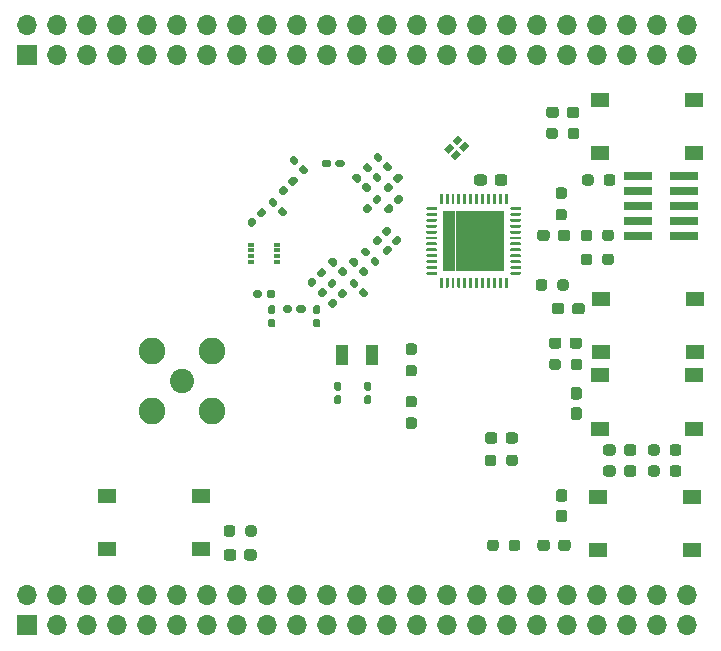
<source format=gbr>
%TF.GenerationSoftware,KiCad,Pcbnew,(5.1.9)-1*%
%TF.CreationDate,2021-09-29T12:39:09-05:00*%
%TF.ProjectId,zigbeeCape,7a696762-6565-4436-9170-652e6b696361,rev?*%
%TF.SameCoordinates,Original*%
%TF.FileFunction,Soldermask,Top*%
%TF.FilePolarity,Negative*%
%FSLAX46Y46*%
G04 Gerber Fmt 4.6, Leading zero omitted, Abs format (unit mm)*
G04 Created by KiCad (PCBNEW (5.1.9)-1) date 2021-09-29 12:39:09*
%MOMM*%
%LPD*%
G01*
G04 APERTURE LIST*
%ADD10R,1.550000X1.300000*%
%ADD11C,0.100000*%
%ADD12R,0.600000X0.300000*%
%ADD13C,0.515000*%
%ADD14R,1.030000X1.030000*%
%ADD15C,2.050000*%
%ADD16C,2.250000*%
%ADD17R,2.400046X0.739902*%
%ADD18R,1.700000X1.700000*%
%ADD19O,1.700000X1.700000*%
%ADD20R,1.000000X1.800000*%
G04 APERTURE END LIST*
D10*
%TO.C,SW5*%
X18554600Y12841800D03*
X10604600Y12841800D03*
X18554600Y8341800D03*
X10604600Y8341800D03*
%TD*%
%TO.C,C2*%
G36*
G01*
X49931200Y28489900D02*
X49931200Y28964900D01*
G75*
G02*
X50168700Y29202400I237500J0D01*
G01*
X50768700Y29202400D01*
G75*
G02*
X51006200Y28964900I0J-237500D01*
G01*
X51006200Y28489900D01*
G75*
G02*
X50768700Y28252400I-237500J0D01*
G01*
X50168700Y28252400D01*
G75*
G02*
X49931200Y28489900I0J237500D01*
G01*
G37*
G36*
G01*
X48206200Y28489900D02*
X48206200Y28964900D01*
G75*
G02*
X48443700Y29202400I237500J0D01*
G01*
X49043700Y29202400D01*
G75*
G02*
X49281200Y28964900I0J-237500D01*
G01*
X49281200Y28489900D01*
G75*
G02*
X49043700Y28252400I-237500J0D01*
G01*
X48443700Y28252400D01*
G75*
G02*
X48206200Y28489900I0J237500D01*
G01*
G37*
%TD*%
%TO.C,SW3*%
X52133600Y8265600D03*
X60083600Y8265600D03*
X52133600Y12765600D03*
X60083600Y12765600D03*
%TD*%
%TO.C,SW2*%
X52336800Y18578000D03*
X60286800Y18578000D03*
X52336800Y23078000D03*
X60286800Y23078000D03*
%TD*%
%TO.C,SW1*%
X52413000Y25055000D03*
X60363000Y25055000D03*
X52413000Y29555000D03*
X60363000Y29555000D03*
%TD*%
%TO.C,SW4*%
X52336800Y41869800D03*
X60286800Y41869800D03*
X52336800Y46369800D03*
X60286800Y46369800D03*
%TD*%
D11*
%TO.C,Y2*%
G36*
X40019514Y41303004D02*
G01*
X39630605Y41691913D01*
X40125580Y42186888D01*
X40514489Y41797979D01*
X40019514Y41303004D01*
G37*
G36*
X40832687Y42893995D02*
G01*
X41221596Y42505086D01*
X40726621Y42010111D01*
X40337712Y42399020D01*
X40832687Y42893995D01*
G37*
G36*
X40295286Y43431396D02*
G01*
X40684195Y43042487D01*
X40189220Y42547512D01*
X39800311Y42936421D01*
X40295286Y43431396D01*
G37*
G36*
X39482113Y41840405D02*
G01*
X39093204Y42229314D01*
X39588179Y42724289D01*
X39977088Y42335380D01*
X39482113Y41840405D01*
G37*
%TD*%
D12*
%TO.C,U2*%
X24976000Y32651000D03*
X24976000Y33151000D03*
X24976000Y33651000D03*
X24976000Y34151000D03*
X22776000Y34151000D03*
X22776000Y33651000D03*
X22776000Y33151000D03*
X22776000Y32651000D03*
%TD*%
D13*
%TO.C,U1*%
X43670000Y32400000D03*
X43670000Y33430000D03*
X43670000Y34460000D03*
X43670000Y35490000D03*
X43670000Y36520000D03*
X42640000Y32400000D03*
X42640000Y33430000D03*
X42640000Y34460000D03*
X42640000Y35490000D03*
X42640000Y36520000D03*
X41610000Y32400000D03*
X41610000Y33430000D03*
X41610000Y34460000D03*
X41610000Y35490000D03*
X41610000Y36520000D03*
X40580000Y32400000D03*
X40580000Y33430000D03*
X40580000Y34460000D03*
X40580000Y35490000D03*
X40580000Y36520000D03*
X39550000Y32400000D03*
X39550000Y33430000D03*
X39550000Y34460000D03*
X39550000Y35490000D03*
X39550000Y36520000D03*
D14*
X43670000Y32400000D03*
X43670000Y33430000D03*
X43670000Y34460000D03*
X43670000Y35490000D03*
X43670000Y36520000D03*
X42640000Y32400000D03*
X42640000Y33430000D03*
X42640000Y34460000D03*
X42640000Y35490000D03*
X42640000Y36520000D03*
X41610000Y32400000D03*
X41610000Y33430000D03*
X41610000Y34460000D03*
X41610000Y35490000D03*
X41610000Y36520000D03*
X40580000Y32400000D03*
X40580000Y33430000D03*
X40580000Y34460000D03*
X40580000Y35490000D03*
X40580000Y36520000D03*
X39550000Y32400000D03*
X39550000Y33430000D03*
X39550000Y34460000D03*
X39550000Y35490000D03*
X39550000Y36520000D03*
G36*
G01*
X38735000Y37630000D02*
X38735000Y38390000D01*
G75*
G02*
X38805000Y38460000I70000J0D01*
G01*
X38915000Y38460000D01*
G75*
G02*
X38985000Y38390000I0J-70000D01*
G01*
X38985000Y37630000D01*
G75*
G02*
X38915000Y37560000I-70000J0D01*
G01*
X38805000Y37560000D01*
G75*
G02*
X38735000Y37630000I0J70000D01*
G01*
G37*
G36*
G01*
X39235000Y37630000D02*
X39235000Y38390000D01*
G75*
G02*
X39305000Y38460000I70000J0D01*
G01*
X39415000Y38460000D01*
G75*
G02*
X39485000Y38390000I0J-70000D01*
G01*
X39485000Y37630000D01*
G75*
G02*
X39415000Y37560000I-70000J0D01*
G01*
X39305000Y37560000D01*
G75*
G02*
X39235000Y37630000I0J70000D01*
G01*
G37*
G36*
G01*
X39735000Y37630000D02*
X39735000Y38390000D01*
G75*
G02*
X39805000Y38460000I70000J0D01*
G01*
X39915000Y38460000D01*
G75*
G02*
X39985000Y38390000I0J-70000D01*
G01*
X39985000Y37630000D01*
G75*
G02*
X39915000Y37560000I-70000J0D01*
G01*
X39805000Y37560000D01*
G75*
G02*
X39735000Y37630000I0J70000D01*
G01*
G37*
G36*
G01*
X40235000Y37630000D02*
X40235000Y38390000D01*
G75*
G02*
X40305000Y38460000I70000J0D01*
G01*
X40415000Y38460000D01*
G75*
G02*
X40485000Y38390000I0J-70000D01*
G01*
X40485000Y37630000D01*
G75*
G02*
X40415000Y37560000I-70000J0D01*
G01*
X40305000Y37560000D01*
G75*
G02*
X40235000Y37630000I0J70000D01*
G01*
G37*
G36*
G01*
X40735000Y37630000D02*
X40735000Y38390000D01*
G75*
G02*
X40805000Y38460000I70000J0D01*
G01*
X40915000Y38460000D01*
G75*
G02*
X40985000Y38390000I0J-70000D01*
G01*
X40985000Y37630000D01*
G75*
G02*
X40915000Y37560000I-70000J0D01*
G01*
X40805000Y37560000D01*
G75*
G02*
X40735000Y37630000I0J70000D01*
G01*
G37*
G36*
G01*
X41235000Y37630000D02*
X41235000Y38390000D01*
G75*
G02*
X41305000Y38460000I70000J0D01*
G01*
X41415000Y38460000D01*
G75*
G02*
X41485000Y38390000I0J-70000D01*
G01*
X41485000Y37630000D01*
G75*
G02*
X41415000Y37560000I-70000J0D01*
G01*
X41305000Y37560000D01*
G75*
G02*
X41235000Y37630000I0J70000D01*
G01*
G37*
G36*
G01*
X41735000Y37630000D02*
X41735000Y38390000D01*
G75*
G02*
X41805000Y38460000I70000J0D01*
G01*
X41915000Y38460000D01*
G75*
G02*
X41985000Y38390000I0J-70000D01*
G01*
X41985000Y37630000D01*
G75*
G02*
X41915000Y37560000I-70000J0D01*
G01*
X41805000Y37560000D01*
G75*
G02*
X41735000Y37630000I0J70000D01*
G01*
G37*
G36*
G01*
X42235000Y37630000D02*
X42235000Y38390000D01*
G75*
G02*
X42305000Y38460000I70000J0D01*
G01*
X42415000Y38460000D01*
G75*
G02*
X42485000Y38390000I0J-70000D01*
G01*
X42485000Y37630000D01*
G75*
G02*
X42415000Y37560000I-70000J0D01*
G01*
X42305000Y37560000D01*
G75*
G02*
X42235000Y37630000I0J70000D01*
G01*
G37*
G36*
G01*
X42735000Y37630000D02*
X42735000Y38390000D01*
G75*
G02*
X42805000Y38460000I70000J0D01*
G01*
X42915000Y38460000D01*
G75*
G02*
X42985000Y38390000I0J-70000D01*
G01*
X42985000Y37630000D01*
G75*
G02*
X42915000Y37560000I-70000J0D01*
G01*
X42805000Y37560000D01*
G75*
G02*
X42735000Y37630000I0J70000D01*
G01*
G37*
G36*
G01*
X43235000Y37630000D02*
X43235000Y38390000D01*
G75*
G02*
X43305000Y38460000I70000J0D01*
G01*
X43415000Y38460000D01*
G75*
G02*
X43485000Y38390000I0J-70000D01*
G01*
X43485000Y37630000D01*
G75*
G02*
X43415000Y37560000I-70000J0D01*
G01*
X43305000Y37560000D01*
G75*
G02*
X43235000Y37630000I0J70000D01*
G01*
G37*
G36*
G01*
X43735000Y37630000D02*
X43735000Y38390000D01*
G75*
G02*
X43805000Y38460000I70000J0D01*
G01*
X43915000Y38460000D01*
G75*
G02*
X43985000Y38390000I0J-70000D01*
G01*
X43985000Y37630000D01*
G75*
G02*
X43915000Y37560000I-70000J0D01*
G01*
X43805000Y37560000D01*
G75*
G02*
X43735000Y37630000I0J70000D01*
G01*
G37*
G36*
G01*
X44235000Y37630000D02*
X44235000Y38390000D01*
G75*
G02*
X44305000Y38460000I70000J0D01*
G01*
X44415000Y38460000D01*
G75*
G02*
X44485000Y38390000I0J-70000D01*
G01*
X44485000Y37630000D01*
G75*
G02*
X44415000Y37560000I-70000J0D01*
G01*
X44305000Y37560000D01*
G75*
G02*
X44235000Y37630000I0J70000D01*
G01*
G37*
G36*
G01*
X45540000Y37085000D02*
X44780000Y37085000D01*
G75*
G02*
X44710000Y37155000I0J70000D01*
G01*
X44710000Y37265000D01*
G75*
G02*
X44780000Y37335000I70000J0D01*
G01*
X45540000Y37335000D01*
G75*
G02*
X45610000Y37265000I0J-70000D01*
G01*
X45610000Y37155000D01*
G75*
G02*
X45540000Y37085000I-70000J0D01*
G01*
G37*
G36*
G01*
X45540000Y36585000D02*
X44780000Y36585000D01*
G75*
G02*
X44710000Y36655000I0J70000D01*
G01*
X44710000Y36765000D01*
G75*
G02*
X44780000Y36835000I70000J0D01*
G01*
X45540000Y36835000D01*
G75*
G02*
X45610000Y36765000I0J-70000D01*
G01*
X45610000Y36655000D01*
G75*
G02*
X45540000Y36585000I-70000J0D01*
G01*
G37*
G36*
G01*
X45540000Y36085000D02*
X44780000Y36085000D01*
G75*
G02*
X44710000Y36155000I0J70000D01*
G01*
X44710000Y36265000D01*
G75*
G02*
X44780000Y36335000I70000J0D01*
G01*
X45540000Y36335000D01*
G75*
G02*
X45610000Y36265000I0J-70000D01*
G01*
X45610000Y36155000D01*
G75*
G02*
X45540000Y36085000I-70000J0D01*
G01*
G37*
G36*
G01*
X45540000Y35585000D02*
X44780000Y35585000D01*
G75*
G02*
X44710000Y35655000I0J70000D01*
G01*
X44710000Y35765000D01*
G75*
G02*
X44780000Y35835000I70000J0D01*
G01*
X45540000Y35835000D01*
G75*
G02*
X45610000Y35765000I0J-70000D01*
G01*
X45610000Y35655000D01*
G75*
G02*
X45540000Y35585000I-70000J0D01*
G01*
G37*
G36*
G01*
X45540000Y35085000D02*
X44780000Y35085000D01*
G75*
G02*
X44710000Y35155000I0J70000D01*
G01*
X44710000Y35265000D01*
G75*
G02*
X44780000Y35335000I70000J0D01*
G01*
X45540000Y35335000D01*
G75*
G02*
X45610000Y35265000I0J-70000D01*
G01*
X45610000Y35155000D01*
G75*
G02*
X45540000Y35085000I-70000J0D01*
G01*
G37*
G36*
G01*
X45540000Y34585000D02*
X44780000Y34585000D01*
G75*
G02*
X44710000Y34655000I0J70000D01*
G01*
X44710000Y34765000D01*
G75*
G02*
X44780000Y34835000I70000J0D01*
G01*
X45540000Y34835000D01*
G75*
G02*
X45610000Y34765000I0J-70000D01*
G01*
X45610000Y34655000D01*
G75*
G02*
X45540000Y34585000I-70000J0D01*
G01*
G37*
G36*
G01*
X45540000Y34085000D02*
X44780000Y34085000D01*
G75*
G02*
X44710000Y34155000I0J70000D01*
G01*
X44710000Y34265000D01*
G75*
G02*
X44780000Y34335000I70000J0D01*
G01*
X45540000Y34335000D01*
G75*
G02*
X45610000Y34265000I0J-70000D01*
G01*
X45610000Y34155000D01*
G75*
G02*
X45540000Y34085000I-70000J0D01*
G01*
G37*
G36*
G01*
X45540000Y33585000D02*
X44780000Y33585000D01*
G75*
G02*
X44710000Y33655000I0J70000D01*
G01*
X44710000Y33765000D01*
G75*
G02*
X44780000Y33835000I70000J0D01*
G01*
X45540000Y33835000D01*
G75*
G02*
X45610000Y33765000I0J-70000D01*
G01*
X45610000Y33655000D01*
G75*
G02*
X45540000Y33585000I-70000J0D01*
G01*
G37*
G36*
G01*
X45540000Y33085000D02*
X44780000Y33085000D01*
G75*
G02*
X44710000Y33155000I0J70000D01*
G01*
X44710000Y33265000D01*
G75*
G02*
X44780000Y33335000I70000J0D01*
G01*
X45540000Y33335000D01*
G75*
G02*
X45610000Y33265000I0J-70000D01*
G01*
X45610000Y33155000D01*
G75*
G02*
X45540000Y33085000I-70000J0D01*
G01*
G37*
G36*
G01*
X45540000Y32585000D02*
X44780000Y32585000D01*
G75*
G02*
X44710000Y32655000I0J70000D01*
G01*
X44710000Y32765000D01*
G75*
G02*
X44780000Y32835000I70000J0D01*
G01*
X45540000Y32835000D01*
G75*
G02*
X45610000Y32765000I0J-70000D01*
G01*
X45610000Y32655000D01*
G75*
G02*
X45540000Y32585000I-70000J0D01*
G01*
G37*
G36*
G01*
X45540000Y32085000D02*
X44780000Y32085000D01*
G75*
G02*
X44710000Y32155000I0J70000D01*
G01*
X44710000Y32265000D01*
G75*
G02*
X44780000Y32335000I70000J0D01*
G01*
X45540000Y32335000D01*
G75*
G02*
X45610000Y32265000I0J-70000D01*
G01*
X45610000Y32155000D01*
G75*
G02*
X45540000Y32085000I-70000J0D01*
G01*
G37*
G36*
G01*
X45540000Y31585000D02*
X44780000Y31585000D01*
G75*
G02*
X44710000Y31655000I0J70000D01*
G01*
X44710000Y31765000D01*
G75*
G02*
X44780000Y31835000I70000J0D01*
G01*
X45540000Y31835000D01*
G75*
G02*
X45610000Y31765000I0J-70000D01*
G01*
X45610000Y31655000D01*
G75*
G02*
X45540000Y31585000I-70000J0D01*
G01*
G37*
G36*
G01*
X44235000Y30530000D02*
X44235000Y31290000D01*
G75*
G02*
X44305000Y31360000I70000J0D01*
G01*
X44415000Y31360000D01*
G75*
G02*
X44485000Y31290000I0J-70000D01*
G01*
X44485000Y30530000D01*
G75*
G02*
X44415000Y30460000I-70000J0D01*
G01*
X44305000Y30460000D01*
G75*
G02*
X44235000Y30530000I0J70000D01*
G01*
G37*
G36*
G01*
X43735000Y30530000D02*
X43735000Y31290000D01*
G75*
G02*
X43805000Y31360000I70000J0D01*
G01*
X43915000Y31360000D01*
G75*
G02*
X43985000Y31290000I0J-70000D01*
G01*
X43985000Y30530000D01*
G75*
G02*
X43915000Y30460000I-70000J0D01*
G01*
X43805000Y30460000D01*
G75*
G02*
X43735000Y30530000I0J70000D01*
G01*
G37*
G36*
G01*
X43235000Y30530000D02*
X43235000Y31290000D01*
G75*
G02*
X43305000Y31360000I70000J0D01*
G01*
X43415000Y31360000D01*
G75*
G02*
X43485000Y31290000I0J-70000D01*
G01*
X43485000Y30530000D01*
G75*
G02*
X43415000Y30460000I-70000J0D01*
G01*
X43305000Y30460000D01*
G75*
G02*
X43235000Y30530000I0J70000D01*
G01*
G37*
G36*
G01*
X42735000Y30530000D02*
X42735000Y31290000D01*
G75*
G02*
X42805000Y31360000I70000J0D01*
G01*
X42915000Y31360000D01*
G75*
G02*
X42985000Y31290000I0J-70000D01*
G01*
X42985000Y30530000D01*
G75*
G02*
X42915000Y30460000I-70000J0D01*
G01*
X42805000Y30460000D01*
G75*
G02*
X42735000Y30530000I0J70000D01*
G01*
G37*
G36*
G01*
X42235000Y30530000D02*
X42235000Y31290000D01*
G75*
G02*
X42305000Y31360000I70000J0D01*
G01*
X42415000Y31360000D01*
G75*
G02*
X42485000Y31290000I0J-70000D01*
G01*
X42485000Y30530000D01*
G75*
G02*
X42415000Y30460000I-70000J0D01*
G01*
X42305000Y30460000D01*
G75*
G02*
X42235000Y30530000I0J70000D01*
G01*
G37*
G36*
G01*
X41735000Y30530000D02*
X41735000Y31290000D01*
G75*
G02*
X41805000Y31360000I70000J0D01*
G01*
X41915000Y31360000D01*
G75*
G02*
X41985000Y31290000I0J-70000D01*
G01*
X41985000Y30530000D01*
G75*
G02*
X41915000Y30460000I-70000J0D01*
G01*
X41805000Y30460000D01*
G75*
G02*
X41735000Y30530000I0J70000D01*
G01*
G37*
G36*
G01*
X41235000Y30530000D02*
X41235000Y31290000D01*
G75*
G02*
X41305000Y31360000I70000J0D01*
G01*
X41415000Y31360000D01*
G75*
G02*
X41485000Y31290000I0J-70000D01*
G01*
X41485000Y30530000D01*
G75*
G02*
X41415000Y30460000I-70000J0D01*
G01*
X41305000Y30460000D01*
G75*
G02*
X41235000Y30530000I0J70000D01*
G01*
G37*
G36*
G01*
X40735000Y30530000D02*
X40735000Y31290000D01*
G75*
G02*
X40805000Y31360000I70000J0D01*
G01*
X40915000Y31360000D01*
G75*
G02*
X40985000Y31290000I0J-70000D01*
G01*
X40985000Y30530000D01*
G75*
G02*
X40915000Y30460000I-70000J0D01*
G01*
X40805000Y30460000D01*
G75*
G02*
X40735000Y30530000I0J70000D01*
G01*
G37*
G36*
G01*
X40235000Y30530000D02*
X40235000Y31290000D01*
G75*
G02*
X40305000Y31360000I70000J0D01*
G01*
X40415000Y31360000D01*
G75*
G02*
X40485000Y31290000I0J-70000D01*
G01*
X40485000Y30530000D01*
G75*
G02*
X40415000Y30460000I-70000J0D01*
G01*
X40305000Y30460000D01*
G75*
G02*
X40235000Y30530000I0J70000D01*
G01*
G37*
G36*
G01*
X39735000Y30530000D02*
X39735000Y31290000D01*
G75*
G02*
X39805000Y31360000I70000J0D01*
G01*
X39915000Y31360000D01*
G75*
G02*
X39985000Y31290000I0J-70000D01*
G01*
X39985000Y30530000D01*
G75*
G02*
X39915000Y30460000I-70000J0D01*
G01*
X39805000Y30460000D01*
G75*
G02*
X39735000Y30530000I0J70000D01*
G01*
G37*
G36*
G01*
X39235000Y30530000D02*
X39235000Y31290000D01*
G75*
G02*
X39305000Y31360000I70000J0D01*
G01*
X39415000Y31360000D01*
G75*
G02*
X39485000Y31290000I0J-70000D01*
G01*
X39485000Y30530000D01*
G75*
G02*
X39415000Y30460000I-70000J0D01*
G01*
X39305000Y30460000D01*
G75*
G02*
X39235000Y30530000I0J70000D01*
G01*
G37*
G36*
G01*
X38735000Y30530000D02*
X38735000Y31290000D01*
G75*
G02*
X38805000Y31360000I70000J0D01*
G01*
X38915000Y31360000D01*
G75*
G02*
X38985000Y31290000I0J-70000D01*
G01*
X38985000Y30530000D01*
G75*
G02*
X38915000Y30460000I-70000J0D01*
G01*
X38805000Y30460000D01*
G75*
G02*
X38735000Y30530000I0J70000D01*
G01*
G37*
G36*
G01*
X38440000Y31585000D02*
X37680000Y31585000D01*
G75*
G02*
X37610000Y31655000I0J70000D01*
G01*
X37610000Y31765000D01*
G75*
G02*
X37680000Y31835000I70000J0D01*
G01*
X38440000Y31835000D01*
G75*
G02*
X38510000Y31765000I0J-70000D01*
G01*
X38510000Y31655000D01*
G75*
G02*
X38440000Y31585000I-70000J0D01*
G01*
G37*
G36*
G01*
X38440000Y32085000D02*
X37680000Y32085000D01*
G75*
G02*
X37610000Y32155000I0J70000D01*
G01*
X37610000Y32265000D01*
G75*
G02*
X37680000Y32335000I70000J0D01*
G01*
X38440000Y32335000D01*
G75*
G02*
X38510000Y32265000I0J-70000D01*
G01*
X38510000Y32155000D01*
G75*
G02*
X38440000Y32085000I-70000J0D01*
G01*
G37*
G36*
G01*
X38440000Y32585000D02*
X37680000Y32585000D01*
G75*
G02*
X37610000Y32655000I0J70000D01*
G01*
X37610000Y32765000D01*
G75*
G02*
X37680000Y32835000I70000J0D01*
G01*
X38440000Y32835000D01*
G75*
G02*
X38510000Y32765000I0J-70000D01*
G01*
X38510000Y32655000D01*
G75*
G02*
X38440000Y32585000I-70000J0D01*
G01*
G37*
G36*
G01*
X38440000Y33085000D02*
X37680000Y33085000D01*
G75*
G02*
X37610000Y33155000I0J70000D01*
G01*
X37610000Y33265000D01*
G75*
G02*
X37680000Y33335000I70000J0D01*
G01*
X38440000Y33335000D01*
G75*
G02*
X38510000Y33265000I0J-70000D01*
G01*
X38510000Y33155000D01*
G75*
G02*
X38440000Y33085000I-70000J0D01*
G01*
G37*
G36*
G01*
X38440000Y33585000D02*
X37680000Y33585000D01*
G75*
G02*
X37610000Y33655000I0J70000D01*
G01*
X37610000Y33765000D01*
G75*
G02*
X37680000Y33835000I70000J0D01*
G01*
X38440000Y33835000D01*
G75*
G02*
X38510000Y33765000I0J-70000D01*
G01*
X38510000Y33655000D01*
G75*
G02*
X38440000Y33585000I-70000J0D01*
G01*
G37*
G36*
G01*
X38440000Y34085000D02*
X37680000Y34085000D01*
G75*
G02*
X37610000Y34155000I0J70000D01*
G01*
X37610000Y34265000D01*
G75*
G02*
X37680000Y34335000I70000J0D01*
G01*
X38440000Y34335000D01*
G75*
G02*
X38510000Y34265000I0J-70000D01*
G01*
X38510000Y34155000D01*
G75*
G02*
X38440000Y34085000I-70000J0D01*
G01*
G37*
G36*
G01*
X38440000Y34585000D02*
X37680000Y34585000D01*
G75*
G02*
X37610000Y34655000I0J70000D01*
G01*
X37610000Y34765000D01*
G75*
G02*
X37680000Y34835000I70000J0D01*
G01*
X38440000Y34835000D01*
G75*
G02*
X38510000Y34765000I0J-70000D01*
G01*
X38510000Y34655000D01*
G75*
G02*
X38440000Y34585000I-70000J0D01*
G01*
G37*
G36*
G01*
X38440000Y35085000D02*
X37680000Y35085000D01*
G75*
G02*
X37610000Y35155000I0J70000D01*
G01*
X37610000Y35265000D01*
G75*
G02*
X37680000Y35335000I70000J0D01*
G01*
X38440000Y35335000D01*
G75*
G02*
X38510000Y35265000I0J-70000D01*
G01*
X38510000Y35155000D01*
G75*
G02*
X38440000Y35085000I-70000J0D01*
G01*
G37*
G36*
G01*
X38440000Y35585000D02*
X37680000Y35585000D01*
G75*
G02*
X37610000Y35655000I0J70000D01*
G01*
X37610000Y35765000D01*
G75*
G02*
X37680000Y35835000I70000J0D01*
G01*
X38440000Y35835000D01*
G75*
G02*
X38510000Y35765000I0J-70000D01*
G01*
X38510000Y35655000D01*
G75*
G02*
X38440000Y35585000I-70000J0D01*
G01*
G37*
G36*
G01*
X38440000Y36085000D02*
X37680000Y36085000D01*
G75*
G02*
X37610000Y36155000I0J70000D01*
G01*
X37610000Y36265000D01*
G75*
G02*
X37680000Y36335000I70000J0D01*
G01*
X38440000Y36335000D01*
G75*
G02*
X38510000Y36265000I0J-70000D01*
G01*
X38510000Y36155000D01*
G75*
G02*
X38440000Y36085000I-70000J0D01*
G01*
G37*
G36*
G01*
X38440000Y36585000D02*
X37680000Y36585000D01*
G75*
G02*
X37610000Y36655000I0J70000D01*
G01*
X37610000Y36765000D01*
G75*
G02*
X37680000Y36835000I70000J0D01*
G01*
X38440000Y36835000D01*
G75*
G02*
X38510000Y36765000I0J-70000D01*
G01*
X38510000Y36655000D01*
G75*
G02*
X38440000Y36585000I-70000J0D01*
G01*
G37*
G36*
G01*
X38440000Y37085000D02*
X37680000Y37085000D01*
G75*
G02*
X37610000Y37155000I0J70000D01*
G01*
X37610000Y37265000D01*
G75*
G02*
X37680000Y37335000I70000J0D01*
G01*
X38440000Y37335000D01*
G75*
G02*
X38510000Y37265000I0J-70000D01*
G01*
X38510000Y37155000D01*
G75*
G02*
X38440000Y37085000I-70000J0D01*
G01*
G37*
%TD*%
D15*
%TO.C,U3*%
X16891000Y22606000D03*
D16*
X19431000Y20066000D03*
X19431000Y25146000D03*
X14351000Y25146000D03*
X14351000Y20066000D03*
%TD*%
%TO.C,C14*%
G36*
G01*
X29944000Y21390000D02*
X30254000Y21390000D01*
G75*
G02*
X30409000Y21235000I0J-155000D01*
G01*
X30409000Y20810000D01*
G75*
G02*
X30254000Y20655000I-155000J0D01*
G01*
X29944000Y20655000D01*
G75*
G02*
X29789000Y20810000I0J155000D01*
G01*
X29789000Y21235000D01*
G75*
G02*
X29944000Y21390000I155000J0D01*
G01*
G37*
G36*
G01*
X29944000Y22525000D02*
X30254000Y22525000D01*
G75*
G02*
X30409000Y22370000I0J-155000D01*
G01*
X30409000Y21945000D01*
G75*
G02*
X30254000Y21790000I-155000J0D01*
G01*
X29944000Y21790000D01*
G75*
G02*
X29789000Y21945000I0J155000D01*
G01*
X29789000Y22370000D01*
G75*
G02*
X29944000Y22525000I155000J0D01*
G01*
G37*
%TD*%
%TO.C,C12*%
G36*
G01*
X32484000Y21390000D02*
X32794000Y21390000D01*
G75*
G02*
X32949000Y21235000I0J-155000D01*
G01*
X32949000Y20810000D01*
G75*
G02*
X32794000Y20655000I-155000J0D01*
G01*
X32484000Y20655000D01*
G75*
G02*
X32329000Y20810000I0J155000D01*
G01*
X32329000Y21235000D01*
G75*
G02*
X32484000Y21390000I155000J0D01*
G01*
G37*
G36*
G01*
X32484000Y22525000D02*
X32794000Y22525000D01*
G75*
G02*
X32949000Y22370000I0J-155000D01*
G01*
X32949000Y21945000D01*
G75*
G02*
X32794000Y21790000I-155000J0D01*
G01*
X32484000Y21790000D01*
G75*
G02*
X32329000Y21945000I0J155000D01*
G01*
X32329000Y22370000D01*
G75*
G02*
X32484000Y22525000I155000J0D01*
G01*
G37*
%TD*%
D17*
%TO.C,J1*%
X55504080Y34876994D03*
X59403996Y34876994D03*
X55504080Y36146994D03*
X59403996Y36146994D03*
X55504080Y37416994D03*
X59403996Y37416994D03*
X55504080Y38686740D03*
X59403996Y38686994D03*
X55504080Y39956990D03*
X59403996Y39956740D03*
%TD*%
%TO.C,C5*%
G36*
G01*
X41653000Y39386500D02*
X41653000Y39861500D01*
G75*
G02*
X41890500Y40099000I237500J0D01*
G01*
X42490500Y40099000D01*
G75*
G02*
X42728000Y39861500I0J-237500D01*
G01*
X42728000Y39386500D01*
G75*
G02*
X42490500Y39149000I-237500J0D01*
G01*
X41890500Y39149000D01*
G75*
G02*
X41653000Y39386500I0J237500D01*
G01*
G37*
G36*
G01*
X43378000Y39386500D02*
X43378000Y39861500D01*
G75*
G02*
X43615500Y40099000I237500J0D01*
G01*
X44215500Y40099000D01*
G75*
G02*
X44453000Y39861500I0J-237500D01*
G01*
X44453000Y39386500D01*
G75*
G02*
X44215500Y39149000I-237500J0D01*
G01*
X43615500Y39149000D01*
G75*
G02*
X43378000Y39386500I0J237500D01*
G01*
G37*
%TD*%
%TO.C,L12*%
G36*
G01*
X26226000Y28862000D02*
X26226000Y28542000D01*
G75*
G02*
X26066000Y28382000I-160000J0D01*
G01*
X25621000Y28382000D01*
G75*
G02*
X25461000Y28542000I0J160000D01*
G01*
X25461000Y28862000D01*
G75*
G02*
X25621000Y29022000I160000J0D01*
G01*
X26066000Y29022000D01*
G75*
G02*
X26226000Y28862000I0J-160000D01*
G01*
G37*
G36*
G01*
X27371000Y28862000D02*
X27371000Y28542000D01*
G75*
G02*
X27211000Y28382000I-160000J0D01*
G01*
X26766000Y28382000D01*
G75*
G02*
X26606000Y28542000I0J160000D01*
G01*
X26606000Y28862000D01*
G75*
G02*
X26766000Y29022000I160000J0D01*
G01*
X27211000Y29022000D01*
G75*
G02*
X27371000Y28862000I0J-160000D01*
G01*
G37*
%TD*%
%TO.C,L11*%
G36*
G01*
X29851512Y29569786D02*
X30077786Y29343512D01*
G75*
G02*
X30077786Y29117238I-113137J-113137D01*
G01*
X29763124Y28802576D01*
G75*
G02*
X29536850Y28802576I-113137J113137D01*
G01*
X29310576Y29028850D01*
G75*
G02*
X29310576Y29255124I113137J113137D01*
G01*
X29625238Y29569786D01*
G75*
G02*
X29851512Y29569786I113137J-113137D01*
G01*
G37*
G36*
G01*
X30661150Y30379424D02*
X30887424Y30153150D01*
G75*
G02*
X30887424Y29926876I-113137J-113137D01*
G01*
X30572762Y29612214D01*
G75*
G02*
X30346488Y29612214I-113137J113137D01*
G01*
X30120214Y29838488D01*
G75*
G02*
X30120214Y30064762I113137J113137D01*
G01*
X30434876Y30379424D01*
G75*
G02*
X30661150Y30379424I113137J-113137D01*
G01*
G37*
%TD*%
%TO.C,L9*%
G36*
G01*
X30120214Y32010512D02*
X30346488Y32236786D01*
G75*
G02*
X30572762Y32236786I113137J-113137D01*
G01*
X30887424Y31922124D01*
G75*
G02*
X30887424Y31695850I-113137J-113137D01*
G01*
X30661150Y31469576D01*
G75*
G02*
X30434876Y31469576I-113137J113137D01*
G01*
X30120214Y31784238D01*
G75*
G02*
X30120214Y32010512I113137J113137D01*
G01*
G37*
G36*
G01*
X29310576Y32820150D02*
X29536850Y33046424D01*
G75*
G02*
X29763124Y33046424I113137J-113137D01*
G01*
X30077786Y32731762D01*
G75*
G02*
X30077786Y32505488I-113137J-113137D01*
G01*
X29851512Y32279214D01*
G75*
G02*
X29625238Y32279214I-113137J113137D01*
G01*
X29310576Y32593876D01*
G75*
G02*
X29310576Y32820150I113137J113137D01*
G01*
G37*
%TD*%
%TO.C,L8*%
G36*
G01*
X31898214Y32010512D02*
X32124488Y32236786D01*
G75*
G02*
X32350762Y32236786I113137J-113137D01*
G01*
X32665424Y31922124D01*
G75*
G02*
X32665424Y31695850I-113137J-113137D01*
G01*
X32439150Y31469576D01*
G75*
G02*
X32212876Y31469576I-113137J113137D01*
G01*
X31898214Y31784238D01*
G75*
G02*
X31898214Y32010512I113137J113137D01*
G01*
G37*
G36*
G01*
X31088576Y32820150D02*
X31314850Y33046424D01*
G75*
G02*
X31541124Y33046424I113137J-113137D01*
G01*
X31855786Y32731762D01*
G75*
G02*
X31855786Y32505488I-113137J-113137D01*
G01*
X31629512Y32279214D01*
G75*
G02*
X31403238Y32279214I-113137J113137D01*
G01*
X31088576Y32593876D01*
G75*
G02*
X31088576Y32820150I113137J113137D01*
G01*
G37*
%TD*%
%TO.C,L6*%
G36*
G01*
X34452512Y34058786D02*
X34678786Y33832512D01*
G75*
G02*
X34678786Y33606238I-113137J-113137D01*
G01*
X34364124Y33291576D01*
G75*
G02*
X34137850Y33291576I-113137J113137D01*
G01*
X33911576Y33517850D01*
G75*
G02*
X33911576Y33744124I113137J113137D01*
G01*
X34226238Y34058786D01*
G75*
G02*
X34452512Y34058786I113137J-113137D01*
G01*
G37*
G36*
G01*
X35262150Y34868424D02*
X35488424Y34642150D01*
G75*
G02*
X35488424Y34415876I-113137J-113137D01*
G01*
X35173762Y34101214D01*
G75*
G02*
X34947488Y34101214I-113137J113137D01*
G01*
X34721214Y34327488D01*
G75*
G02*
X34721214Y34553762I113137J113137D01*
G01*
X35035876Y34868424D01*
G75*
G02*
X35262150Y34868424I113137J-113137D01*
G01*
G37*
%TD*%
%TO.C,L5*%
G36*
G01*
X33612512Y34868786D02*
X33838786Y34642512D01*
G75*
G02*
X33838786Y34416238I-113137J-113137D01*
G01*
X33524124Y34101576D01*
G75*
G02*
X33297850Y34101576I-113137J113137D01*
G01*
X33071576Y34327850D01*
G75*
G02*
X33071576Y34554124I113137J113137D01*
G01*
X33386238Y34868786D01*
G75*
G02*
X33612512Y34868786I113137J-113137D01*
G01*
G37*
G36*
G01*
X34422150Y35678424D02*
X34648424Y35452150D01*
G75*
G02*
X34648424Y35225876I-113137J-113137D01*
G01*
X34333762Y34911214D01*
G75*
G02*
X34107488Y34911214I-113137J113137D01*
G01*
X33881214Y35137488D01*
G75*
G02*
X33881214Y35363762I113137J113137D01*
G01*
X34195876Y35678424D01*
G75*
G02*
X34422150Y35678424I113137J-113137D01*
G01*
G37*
%TD*%
%TO.C,L2*%
G36*
G01*
X34592512Y37570786D02*
X34818786Y37344512D01*
G75*
G02*
X34818786Y37118238I-113137J-113137D01*
G01*
X34504124Y36803576D01*
G75*
G02*
X34277850Y36803576I-113137J113137D01*
G01*
X34051576Y37029850D01*
G75*
G02*
X34051576Y37256124I113137J113137D01*
G01*
X34366238Y37570786D01*
G75*
G02*
X34592512Y37570786I113137J-113137D01*
G01*
G37*
G36*
G01*
X35402150Y38380424D02*
X35628424Y38154150D01*
G75*
G02*
X35628424Y37927876I-113137J-113137D01*
G01*
X35313762Y37613214D01*
G75*
G02*
X35087488Y37613214I-113137J113137D01*
G01*
X34861214Y37839488D01*
G75*
G02*
X34861214Y38065762I113137J113137D01*
G01*
X35175876Y38380424D01*
G75*
G02*
X35402150Y38380424I113137J-113137D01*
G01*
G37*
%TD*%
%TO.C,C29*%
G36*
G01*
X23676000Y30127000D02*
X23676000Y29817000D01*
G75*
G02*
X23521000Y29662000I-155000J0D01*
G01*
X23096000Y29662000D01*
G75*
G02*
X22941000Y29817000I0J155000D01*
G01*
X22941000Y30127000D01*
G75*
G02*
X23096000Y30282000I155000J0D01*
G01*
X23521000Y30282000D01*
G75*
G02*
X23676000Y30127000I0J-155000D01*
G01*
G37*
G36*
G01*
X24811000Y30127000D02*
X24811000Y29817000D01*
G75*
G02*
X24656000Y29662000I-155000J0D01*
G01*
X24231000Y29662000D01*
G75*
G02*
X24076000Y29817000I0J155000D01*
G01*
X24076000Y30127000D01*
G75*
G02*
X24231000Y30282000I155000J0D01*
G01*
X24656000Y30282000D01*
G75*
G02*
X24811000Y30127000I0J-155000D01*
G01*
G37*
%TD*%
%TO.C,C28*%
G36*
G01*
X24356000Y27867000D02*
X24666000Y27867000D01*
G75*
G02*
X24821000Y27712000I0J-155000D01*
G01*
X24821000Y27287000D01*
G75*
G02*
X24666000Y27132000I-155000J0D01*
G01*
X24356000Y27132000D01*
G75*
G02*
X24201000Y27287000I0J155000D01*
G01*
X24201000Y27712000D01*
G75*
G02*
X24356000Y27867000I155000J0D01*
G01*
G37*
G36*
G01*
X24356000Y29002000D02*
X24666000Y29002000D01*
G75*
G02*
X24821000Y28847000I0J-155000D01*
G01*
X24821000Y28422000D01*
G75*
G02*
X24666000Y28267000I-155000J0D01*
G01*
X24356000Y28267000D01*
G75*
G02*
X24201000Y28422000I0J155000D01*
G01*
X24201000Y28847000D01*
G75*
G02*
X24356000Y29002000I155000J0D01*
G01*
G37*
%TD*%
%TO.C,C27*%
G36*
G01*
X28166000Y27867000D02*
X28476000Y27867000D01*
G75*
G02*
X28631000Y27712000I0J-155000D01*
G01*
X28631000Y27287000D01*
G75*
G02*
X28476000Y27132000I-155000J0D01*
G01*
X28166000Y27132000D01*
G75*
G02*
X28011000Y27287000I0J155000D01*
G01*
X28011000Y27712000D01*
G75*
G02*
X28166000Y27867000I155000J0D01*
G01*
G37*
G36*
G01*
X28166000Y29002000D02*
X28476000Y29002000D01*
G75*
G02*
X28631000Y28847000I0J-155000D01*
G01*
X28631000Y28422000D01*
G75*
G02*
X28476000Y28267000I-155000J0D01*
G01*
X28166000Y28267000D01*
G75*
G02*
X28011000Y28422000I0J155000D01*
G01*
X28011000Y28847000D01*
G75*
G02*
X28166000Y29002000I155000J0D01*
G01*
G37*
%TD*%
%TO.C,C26*%
G36*
G01*
X22989978Y36417181D02*
X23209181Y36197978D01*
G75*
G02*
X23209181Y35978774I-109602J-109602D01*
G01*
X22908660Y35678253D01*
G75*
G02*
X22689456Y35678253I-109602J109602D01*
G01*
X22470253Y35897456D01*
G75*
G02*
X22470253Y36116660I109602J109602D01*
G01*
X22770774Y36417181D01*
G75*
G02*
X22989978Y36417181I109602J-109602D01*
G01*
G37*
G36*
G01*
X23792544Y37219747D02*
X24011747Y37000544D01*
G75*
G02*
X24011747Y36781340I-109602J-109602D01*
G01*
X23711226Y36480819D01*
G75*
G02*
X23492022Y36480819I-109602J109602D01*
G01*
X23272819Y36700022D01*
G75*
G02*
X23272819Y36919226I109602J109602D01*
G01*
X23573340Y37219747D01*
G75*
G02*
X23792544Y37219747I109602J-109602D01*
G01*
G37*
%TD*%
%TO.C,C25*%
G36*
G01*
X25050819Y37086978D02*
X25270022Y37306181D01*
G75*
G02*
X25489226Y37306181I109602J-109602D01*
G01*
X25789747Y37005660D01*
G75*
G02*
X25789747Y36786456I-109602J-109602D01*
G01*
X25570544Y36567253D01*
G75*
G02*
X25351340Y36567253I-109602J109602D01*
G01*
X25050819Y36867774D01*
G75*
G02*
X25050819Y37086978I109602J109602D01*
G01*
G37*
G36*
G01*
X24248253Y37889544D02*
X24467456Y38108747D01*
G75*
G02*
X24686660Y38108747I109602J-109602D01*
G01*
X24987181Y37808226D01*
G75*
G02*
X24987181Y37589022I-109602J-109602D01*
G01*
X24767978Y37369819D01*
G75*
G02*
X24548774Y37369819I-109602J109602D01*
G01*
X24248253Y37670340D01*
G75*
G02*
X24248253Y37889544I109602J109602D01*
G01*
G37*
%TD*%
%TO.C,C24*%
G36*
G01*
X28958978Y30448181D02*
X29178181Y30228978D01*
G75*
G02*
X29178181Y30009774I-109602J-109602D01*
G01*
X28877660Y29709253D01*
G75*
G02*
X28658456Y29709253I-109602J109602D01*
G01*
X28439253Y29928456D01*
G75*
G02*
X28439253Y30147660I109602J109602D01*
G01*
X28739774Y30448181D01*
G75*
G02*
X28958978Y30448181I109602J-109602D01*
G01*
G37*
G36*
G01*
X29761544Y31250747D02*
X29980747Y31031544D01*
G75*
G02*
X29980747Y30812340I-109602J-109602D01*
G01*
X29680226Y30511819D01*
G75*
G02*
X29461022Y30511819I-109602J109602D01*
G01*
X29241819Y30731022D01*
G75*
G02*
X29241819Y30950226I109602J109602D01*
G01*
X29542340Y31250747D01*
G75*
G02*
X29761544Y31250747I109602J-109602D01*
G01*
G37*
%TD*%
%TO.C,C23*%
G36*
G01*
X31908819Y30228978D02*
X32128022Y30448181D01*
G75*
G02*
X32347226Y30448181I109602J-109602D01*
G01*
X32647747Y30147660D01*
G75*
G02*
X32647747Y29928456I-109602J-109602D01*
G01*
X32428544Y29709253D01*
G75*
G02*
X32209340Y29709253I-109602J109602D01*
G01*
X31908819Y30009774D01*
G75*
G02*
X31908819Y30228978I109602J109602D01*
G01*
G37*
G36*
G01*
X31106253Y31031544D02*
X31325456Y31250747D01*
G75*
G02*
X31544660Y31250747I109602J-109602D01*
G01*
X31845181Y30950226D01*
G75*
G02*
X31845181Y30731022I-109602J-109602D01*
G01*
X31625978Y30511819D01*
G75*
G02*
X31406774Y30511819I-109602J109602D01*
G01*
X31106253Y30812340D01*
G75*
G02*
X31106253Y31031544I109602J109602D01*
G01*
G37*
%TD*%
%TO.C,C22*%
G36*
G01*
X28572022Y31400819D02*
X28352819Y31620022D01*
G75*
G02*
X28352819Y31839226I109602J109602D01*
G01*
X28653340Y32139747D01*
G75*
G02*
X28872544Y32139747I109602J-109602D01*
G01*
X29091747Y31920544D01*
G75*
G02*
X29091747Y31701340I-109602J-109602D01*
G01*
X28791226Y31400819D01*
G75*
G02*
X28572022Y31400819I-109602J109602D01*
G01*
G37*
G36*
G01*
X27769456Y30598253D02*
X27550253Y30817456D01*
G75*
G02*
X27550253Y31036660I109602J109602D01*
G01*
X27850774Y31337181D01*
G75*
G02*
X28069978Y31337181I109602J-109602D01*
G01*
X28289181Y31117978D01*
G75*
G02*
X28289181Y30898774I-109602J-109602D01*
G01*
X27988660Y30598253D01*
G75*
G02*
X27769456Y30598253I-109602J109602D01*
G01*
G37*
%TD*%
%TO.C,C21*%
G36*
G01*
X26765181Y41145022D02*
X26545978Y40925819D01*
G75*
G02*
X26326774Y40925819I-109602J109602D01*
G01*
X26026253Y41226340D01*
G75*
G02*
X26026253Y41445544I109602J109602D01*
G01*
X26245456Y41664747D01*
G75*
G02*
X26464660Y41664747I109602J-109602D01*
G01*
X26765181Y41364226D01*
G75*
G02*
X26765181Y41145022I-109602J-109602D01*
G01*
G37*
G36*
G01*
X27567747Y40342456D02*
X27348544Y40123253D01*
G75*
G02*
X27129340Y40123253I-109602J109602D01*
G01*
X26828819Y40423774D01*
G75*
G02*
X26828819Y40642978I109602J109602D01*
G01*
X27048022Y40862181D01*
G75*
G02*
X27267226Y40862181I109602J-109602D01*
G01*
X27567747Y40561660D01*
G75*
G02*
X27567747Y40342456I-109602J-109602D01*
G01*
G37*
%TD*%
%TO.C,C20*%
G36*
G01*
X32881819Y32868978D02*
X33101022Y33088181D01*
G75*
G02*
X33320226Y33088181I109602J-109602D01*
G01*
X33620747Y32787660D01*
G75*
G02*
X33620747Y32568456I-109602J-109602D01*
G01*
X33401544Y32349253D01*
G75*
G02*
X33182340Y32349253I-109602J109602D01*
G01*
X32881819Y32649774D01*
G75*
G02*
X32881819Y32868978I109602J109602D01*
G01*
G37*
G36*
G01*
X32079253Y33671544D02*
X32298456Y33890747D01*
G75*
G02*
X32517660Y33890747I109602J-109602D01*
G01*
X32818181Y33590226D01*
G75*
G02*
X32818181Y33371022I-109602J-109602D01*
G01*
X32598978Y33151819D01*
G75*
G02*
X32379774Y33151819I-109602J109602D01*
G01*
X32079253Y33452340D01*
G75*
G02*
X32079253Y33671544I109602J109602D01*
G01*
G37*
%TD*%
%TO.C,C19*%
G36*
G01*
X32988181Y40510022D02*
X32768978Y40290819D01*
G75*
G02*
X32549774Y40290819I-109602J109602D01*
G01*
X32249253Y40591340D01*
G75*
G02*
X32249253Y40810544I109602J109602D01*
G01*
X32468456Y41029747D01*
G75*
G02*
X32687660Y41029747I109602J-109602D01*
G01*
X32988181Y40729226D01*
G75*
G02*
X32988181Y40510022I-109602J-109602D01*
G01*
G37*
G36*
G01*
X33790747Y39707456D02*
X33571544Y39488253D01*
G75*
G02*
X33352340Y39488253I-109602J109602D01*
G01*
X33051819Y39788774D01*
G75*
G02*
X33051819Y40007978I109602J109602D01*
G01*
X33271022Y40227181D01*
G75*
G02*
X33490226Y40227181I109602J-109602D01*
G01*
X33790747Y39926660D01*
G75*
G02*
X33790747Y39707456I-109602J-109602D01*
G01*
G37*
%TD*%
%TO.C,C18*%
G36*
G01*
X32768978Y37560181D02*
X32988181Y37340978D01*
G75*
G02*
X32988181Y37121774I-109602J-109602D01*
G01*
X32687660Y36821253D01*
G75*
G02*
X32468456Y36821253I-109602J109602D01*
G01*
X32249253Y37040456D01*
G75*
G02*
X32249253Y37259660I109602J109602D01*
G01*
X32549774Y37560181D01*
G75*
G02*
X32768978Y37560181I109602J-109602D01*
G01*
G37*
G36*
G01*
X33571544Y38362747D02*
X33790747Y38143544D01*
G75*
G02*
X33790747Y37924340I-109602J-109602D01*
G01*
X33490226Y37623819D01*
G75*
G02*
X33271022Y37623819I-109602J109602D01*
G01*
X33051819Y37843022D01*
G75*
G02*
X33051819Y38062226I109602J109602D01*
G01*
X33352340Y38362747D01*
G75*
G02*
X33571544Y38362747I109602J-109602D01*
G01*
G37*
%TD*%
%TO.C,C17*%
G36*
G01*
X33940819Y40896978D02*
X34160022Y41116181D01*
G75*
G02*
X34379226Y41116181I109602J-109602D01*
G01*
X34679747Y40815660D01*
G75*
G02*
X34679747Y40596456I-109602J-109602D01*
G01*
X34460544Y40377253D01*
G75*
G02*
X34241340Y40377253I-109602J109602D01*
G01*
X33940819Y40677774D01*
G75*
G02*
X33940819Y40896978I109602J109602D01*
G01*
G37*
G36*
G01*
X33138253Y41699544D02*
X33357456Y41918747D01*
G75*
G02*
X33576660Y41918747I109602J-109602D01*
G01*
X33877181Y41618226D01*
G75*
G02*
X33877181Y41399022I-109602J-109602D01*
G01*
X33657978Y41179819D01*
G75*
G02*
X33438774Y41179819I-109602J109602D01*
G01*
X33138253Y41480340D01*
G75*
G02*
X33138253Y41699544I109602J109602D01*
G01*
G37*
%TD*%
D18*
%TO.C,U5*%
X3810000Y1905000D03*
D19*
X3810000Y4445000D03*
X6350000Y1905000D03*
X6350000Y4445000D03*
X8890000Y1905000D03*
X8890000Y4445000D03*
X11430000Y1905000D03*
X11430000Y4445000D03*
X13970000Y1905000D03*
X13970000Y4445000D03*
X16510000Y1905000D03*
X16510000Y4445000D03*
X19050000Y1905000D03*
X19050000Y4445000D03*
X21590000Y1905000D03*
X21590000Y4445000D03*
X24130000Y1905000D03*
X24130000Y4445000D03*
X26670000Y1905000D03*
X26670000Y4445000D03*
X29210000Y1905000D03*
X29210000Y4445000D03*
X31750000Y1905000D03*
X31750000Y4445000D03*
X34290000Y1905000D03*
X34290000Y4445000D03*
X36830000Y1905000D03*
X36830000Y4445000D03*
X39370000Y1905000D03*
X39370000Y4445000D03*
X41910000Y1905000D03*
X41910000Y4445000D03*
X44450000Y1905000D03*
X44450000Y4445000D03*
X46990000Y1905000D03*
X46990000Y4445000D03*
X49530000Y1905000D03*
X49530000Y4445000D03*
X52070000Y1905000D03*
X52070000Y4445000D03*
X54610000Y1905000D03*
X54610000Y4445000D03*
X57150000Y1905000D03*
X57150000Y4445000D03*
X59690000Y1905000D03*
X59690000Y4445000D03*
%TD*%
%TO.C,D3*%
G36*
G01*
X48037000Y35162500D02*
X48037000Y34687500D01*
G75*
G02*
X47799500Y34450000I-237500J0D01*
G01*
X47224500Y34450000D01*
G75*
G02*
X46987000Y34687500I0J237500D01*
G01*
X46987000Y35162500D01*
G75*
G02*
X47224500Y35400000I237500J0D01*
G01*
X47799500Y35400000D01*
G75*
G02*
X48037000Y35162500I0J-237500D01*
G01*
G37*
G36*
G01*
X49787000Y35162500D02*
X49787000Y34687500D01*
G75*
G02*
X49549500Y34450000I-237500J0D01*
G01*
X48974500Y34450000D01*
G75*
G02*
X48737000Y34687500I0J237500D01*
G01*
X48737000Y35162500D01*
G75*
G02*
X48974500Y35400000I237500J0D01*
G01*
X49549500Y35400000D01*
G75*
G02*
X49787000Y35162500I0J-237500D01*
G01*
G37*
%TD*%
%TO.C,U4*%
X59690000Y52705000D03*
X59690000Y50165000D03*
X57150000Y52705000D03*
X57150000Y50165000D03*
X54610000Y52705000D03*
X54610000Y50165000D03*
X52070000Y52705000D03*
X52070000Y50165000D03*
X49530000Y52705000D03*
X49530000Y50165000D03*
X46990000Y52705000D03*
X46990000Y50165000D03*
X44450000Y52705000D03*
X44450000Y50165000D03*
X41910000Y52705000D03*
X41910000Y50165000D03*
X39370000Y52705000D03*
X39370000Y50165000D03*
X36830000Y52705000D03*
X36830000Y50165000D03*
X34290000Y52705000D03*
X34290000Y50165000D03*
X31750000Y52705000D03*
X31750000Y50165000D03*
X29210000Y52705000D03*
X29210000Y50165000D03*
X26670000Y52705000D03*
X26670000Y50165000D03*
X24130000Y52705000D03*
X24130000Y50165000D03*
X21590000Y52705000D03*
X21590000Y50165000D03*
X19050000Y52705000D03*
X19050000Y50165000D03*
X16510000Y52705000D03*
X16510000Y50165000D03*
X13970000Y52705000D03*
X13970000Y50165000D03*
X11430000Y52705000D03*
X11430000Y50165000D03*
X8890000Y52705000D03*
X8890000Y50165000D03*
X6350000Y52705000D03*
X6350000Y50165000D03*
X3810000Y52705000D03*
D18*
X3810000Y50165000D03*
%TD*%
%TO.C,C1*%
G36*
G01*
X48809900Y13439600D02*
X49284900Y13439600D01*
G75*
G02*
X49522400Y13202100I0J-237500D01*
G01*
X49522400Y12602100D01*
G75*
G02*
X49284900Y12364600I-237500J0D01*
G01*
X48809900Y12364600D01*
G75*
G02*
X48572400Y12602100I0J237500D01*
G01*
X48572400Y13202100D01*
G75*
G02*
X48809900Y13439600I237500J0D01*
G01*
G37*
G36*
G01*
X48809900Y11714600D02*
X49284900Y11714600D01*
G75*
G02*
X49522400Y11477100I0J-237500D01*
G01*
X49522400Y10877100D01*
G75*
G02*
X49284900Y10639600I-237500J0D01*
G01*
X48809900Y10639600D01*
G75*
G02*
X48572400Y10877100I0J237500D01*
G01*
X48572400Y11477100D01*
G75*
G02*
X48809900Y11714600I237500J0D01*
G01*
G37*
%TD*%
%TO.C,C3*%
G36*
G01*
X50054500Y22101000D02*
X50529500Y22101000D01*
G75*
G02*
X50767000Y21863500I0J-237500D01*
G01*
X50767000Y21263500D01*
G75*
G02*
X50529500Y21026000I-237500J0D01*
G01*
X50054500Y21026000D01*
G75*
G02*
X49817000Y21263500I0J237500D01*
G01*
X49817000Y21863500D01*
G75*
G02*
X50054500Y22101000I237500J0D01*
G01*
G37*
G36*
G01*
X50054500Y20376000D02*
X50529500Y20376000D01*
G75*
G02*
X50767000Y20138500I0J-237500D01*
G01*
X50767000Y19538500D01*
G75*
G02*
X50529500Y19301000I-237500J0D01*
G01*
X50054500Y19301000D01*
G75*
G02*
X49817000Y19538500I0J237500D01*
G01*
X49817000Y20138500D01*
G75*
G02*
X50054500Y20376000I237500J0D01*
G01*
G37*
%TD*%
%TO.C,C4*%
G36*
G01*
X20444000Y7636500D02*
X20444000Y8111500D01*
G75*
G02*
X20681500Y8349000I237500J0D01*
G01*
X21281500Y8349000D01*
G75*
G02*
X21519000Y8111500I0J-237500D01*
G01*
X21519000Y7636500D01*
G75*
G02*
X21281500Y7399000I-237500J0D01*
G01*
X20681500Y7399000D01*
G75*
G02*
X20444000Y7636500I0J237500D01*
G01*
G37*
G36*
G01*
X22169000Y7636500D02*
X22169000Y8111500D01*
G75*
G02*
X22406500Y8349000I237500J0D01*
G01*
X23006500Y8349000D01*
G75*
G02*
X23244000Y8111500I0J-237500D01*
G01*
X23244000Y7636500D01*
G75*
G02*
X23006500Y7399000I-237500J0D01*
G01*
X22406500Y7399000D01*
G75*
G02*
X22169000Y7636500I0J237500D01*
G01*
G37*
%TD*%
%TO.C,C7*%
G36*
G01*
X50549000Y45576500D02*
X50549000Y45101500D01*
G75*
G02*
X50311500Y44864000I-237500J0D01*
G01*
X49711500Y44864000D01*
G75*
G02*
X49474000Y45101500I0J237500D01*
G01*
X49474000Y45576500D01*
G75*
G02*
X49711500Y45814000I237500J0D01*
G01*
X50311500Y45814000D01*
G75*
G02*
X50549000Y45576500I0J-237500D01*
G01*
G37*
G36*
G01*
X48824000Y45576500D02*
X48824000Y45101500D01*
G75*
G02*
X48586500Y44864000I-237500J0D01*
G01*
X47986500Y44864000D01*
G75*
G02*
X47749000Y45101500I0J237500D01*
G01*
X47749000Y45576500D01*
G75*
G02*
X47986500Y45814000I237500J0D01*
G01*
X48586500Y45814000D01*
G75*
G02*
X48824000Y45576500I0J-237500D01*
G01*
G37*
%TD*%
%TO.C,D1*%
G36*
G01*
X55375000Y15223500D02*
X55375000Y14748500D01*
G75*
G02*
X55137500Y14511000I-237500J0D01*
G01*
X54562500Y14511000D01*
G75*
G02*
X54325000Y14748500I0J237500D01*
G01*
X54325000Y15223500D01*
G75*
G02*
X54562500Y15461000I237500J0D01*
G01*
X55137500Y15461000D01*
G75*
G02*
X55375000Y15223500I0J-237500D01*
G01*
G37*
G36*
G01*
X53625000Y15223500D02*
X53625000Y14748500D01*
G75*
G02*
X53387500Y14511000I-237500J0D01*
G01*
X52812500Y14511000D01*
G75*
G02*
X52575000Y14748500I0J237500D01*
G01*
X52575000Y15223500D01*
G75*
G02*
X52812500Y15461000I237500J0D01*
G01*
X53387500Y15461000D01*
G75*
G02*
X53625000Y15223500I0J-237500D01*
G01*
G37*
%TD*%
%TO.C,D2*%
G36*
G01*
X53625000Y17001500D02*
X53625000Y16526500D01*
G75*
G02*
X53387500Y16289000I-237500J0D01*
G01*
X52812500Y16289000D01*
G75*
G02*
X52575000Y16526500I0J237500D01*
G01*
X52575000Y17001500D01*
G75*
G02*
X52812500Y17239000I237500J0D01*
G01*
X53387500Y17239000D01*
G75*
G02*
X53625000Y17001500I0J-237500D01*
G01*
G37*
G36*
G01*
X55375000Y17001500D02*
X55375000Y16526500D01*
G75*
G02*
X55137500Y16289000I-237500J0D01*
G01*
X54562500Y16289000D01*
G75*
G02*
X54325000Y16526500I0J237500D01*
G01*
X54325000Y17001500D01*
G75*
G02*
X54562500Y17239000I237500J0D01*
G01*
X55137500Y17239000D01*
G75*
G02*
X55375000Y17001500I0J-237500D01*
G01*
G37*
%TD*%
%TO.C,D4*%
G36*
G01*
X49027600Y26043900D02*
X49027600Y25568900D01*
G75*
G02*
X48790100Y25331400I-237500J0D01*
G01*
X48215100Y25331400D01*
G75*
G02*
X47977600Y25568900I0J237500D01*
G01*
X47977600Y26043900D01*
G75*
G02*
X48215100Y26281400I237500J0D01*
G01*
X48790100Y26281400D01*
G75*
G02*
X49027600Y26043900I0J-237500D01*
G01*
G37*
G36*
G01*
X50777600Y26043900D02*
X50777600Y25568900D01*
G75*
G02*
X50540100Y25331400I-237500J0D01*
G01*
X49965100Y25331400D01*
G75*
G02*
X49727600Y25568900I0J237500D01*
G01*
X49727600Y26043900D01*
G75*
G02*
X49965100Y26281400I237500J0D01*
G01*
X50540100Y26281400D01*
G75*
G02*
X50777600Y26043900I0J-237500D01*
G01*
G37*
%TD*%
%TO.C,D5*%
G36*
G01*
X48762400Y8449300D02*
X48762400Y8924300D01*
G75*
G02*
X48999900Y9161800I237500J0D01*
G01*
X49574900Y9161800D01*
G75*
G02*
X49812400Y8924300I0J-237500D01*
G01*
X49812400Y8449300D01*
G75*
G02*
X49574900Y8211800I-237500J0D01*
G01*
X48999900Y8211800D01*
G75*
G02*
X48762400Y8449300I0J237500D01*
G01*
G37*
G36*
G01*
X47012400Y8449300D02*
X47012400Y8924300D01*
G75*
G02*
X47249900Y9161800I237500J0D01*
G01*
X47824900Y9161800D01*
G75*
G02*
X48062400Y8924300I0J-237500D01*
G01*
X48062400Y8449300D01*
G75*
G02*
X47824900Y8211800I-237500J0D01*
G01*
X47249900Y8211800D01*
G75*
G02*
X47012400Y8449300I0J237500D01*
G01*
G37*
%TD*%
%TO.C,D6*%
G36*
G01*
X42556000Y17542500D02*
X42556000Y18017500D01*
G75*
G02*
X42793500Y18255000I237500J0D01*
G01*
X43368500Y18255000D01*
G75*
G02*
X43606000Y18017500I0J-237500D01*
G01*
X43606000Y17542500D01*
G75*
G02*
X43368500Y17305000I-237500J0D01*
G01*
X42793500Y17305000D01*
G75*
G02*
X42556000Y17542500I0J237500D01*
G01*
G37*
G36*
G01*
X44306000Y17542500D02*
X44306000Y18017500D01*
G75*
G02*
X44543500Y18255000I237500J0D01*
G01*
X45118500Y18255000D01*
G75*
G02*
X45356000Y18017500I0J-237500D01*
G01*
X45356000Y17542500D01*
G75*
G02*
X45118500Y17305000I-237500J0D01*
G01*
X44543500Y17305000D01*
G75*
G02*
X44306000Y17542500I0J237500D01*
G01*
G37*
%TD*%
%TO.C,L3*%
G36*
G01*
X35360150Y40158424D02*
X35586424Y39932150D01*
G75*
G02*
X35586424Y39705876I-113137J-113137D01*
G01*
X35271762Y39391214D01*
G75*
G02*
X35045488Y39391214I-113137J113137D01*
G01*
X34819214Y39617488D01*
G75*
G02*
X34819214Y39843762I113137J113137D01*
G01*
X35133876Y40158424D01*
G75*
G02*
X35360150Y40158424I113137J-113137D01*
G01*
G37*
G36*
G01*
X34550512Y39348786D02*
X34776786Y39122512D01*
G75*
G02*
X34776786Y38896238I-113137J-113137D01*
G01*
X34462124Y38581576D01*
G75*
G02*
X34235850Y38581576I-113137J113137D01*
G01*
X34009576Y38807850D01*
G75*
G02*
X34009576Y39034124I113137J113137D01*
G01*
X34324238Y39348786D01*
G75*
G02*
X34550512Y39348786I113137J-113137D01*
G01*
G37*
%TD*%
%TO.C,L4*%
G36*
G01*
X32109786Y39617488D02*
X31883512Y39391214D01*
G75*
G02*
X31657238Y39391214I-113137J113137D01*
G01*
X31342576Y39705876D01*
G75*
G02*
X31342576Y39932150I113137J113137D01*
G01*
X31568850Y40158424D01*
G75*
G02*
X31795124Y40158424I113137J-113137D01*
G01*
X32109786Y39843762D01*
G75*
G02*
X32109786Y39617488I-113137J-113137D01*
G01*
G37*
G36*
G01*
X32919424Y38807850D02*
X32693150Y38581576D01*
G75*
G02*
X32466876Y38581576I-113137J113137D01*
G01*
X32152214Y38896238D01*
G75*
G02*
X32152214Y39122512I113137J113137D01*
G01*
X32378488Y39348786D01*
G75*
G02*
X32604762Y39348786I113137J-113137D01*
G01*
X32919424Y39034124D01*
G75*
G02*
X32919424Y38807850I-113137J-113137D01*
G01*
G37*
%TD*%
%TO.C,L7*%
G36*
G01*
X30673000Y41181000D02*
X30673000Y40861000D01*
G75*
G02*
X30513000Y40701000I-160000J0D01*
G01*
X30068000Y40701000D01*
G75*
G02*
X29908000Y40861000I0J160000D01*
G01*
X29908000Y41181000D01*
G75*
G02*
X30068000Y41341000I160000J0D01*
G01*
X30513000Y41341000D01*
G75*
G02*
X30673000Y41181000I0J-160000D01*
G01*
G37*
G36*
G01*
X29528000Y41181000D02*
X29528000Y40861000D01*
G75*
G02*
X29368000Y40701000I-160000J0D01*
G01*
X28923000Y40701000D01*
G75*
G02*
X28763000Y40861000I0J160000D01*
G01*
X28763000Y41181000D01*
G75*
G02*
X28923000Y41341000I160000J0D01*
G01*
X29368000Y41341000D01*
G75*
G02*
X29528000Y41181000I0J-160000D01*
G01*
G37*
%TD*%
%TO.C,L10*%
G36*
G01*
X25660512Y39094786D02*
X25886786Y38868512D01*
G75*
G02*
X25886786Y38642238I-113137J-113137D01*
G01*
X25572124Y38327576D01*
G75*
G02*
X25345850Y38327576I-113137J113137D01*
G01*
X25119576Y38553850D01*
G75*
G02*
X25119576Y38780124I113137J113137D01*
G01*
X25434238Y39094786D01*
G75*
G02*
X25660512Y39094786I113137J-113137D01*
G01*
G37*
G36*
G01*
X26470150Y39904424D02*
X26696424Y39678150D01*
G75*
G02*
X26696424Y39451876I-113137J-113137D01*
G01*
X26381762Y39137214D01*
G75*
G02*
X26155488Y39137214I-113137J113137D01*
G01*
X25929214Y39363488D01*
G75*
G02*
X25929214Y39589762I113137J113137D01*
G01*
X26243876Y39904424D01*
G75*
G02*
X26470150Y39904424I113137J-113137D01*
G01*
G37*
%TD*%
%TO.C,R1*%
G36*
G01*
X21419000Y10143500D02*
X21419000Y9668500D01*
G75*
G02*
X21181500Y9431000I-237500J0D01*
G01*
X20681500Y9431000D01*
G75*
G02*
X20444000Y9668500I0J237500D01*
G01*
X20444000Y10143500D01*
G75*
G02*
X20681500Y10381000I237500J0D01*
G01*
X21181500Y10381000D01*
G75*
G02*
X21419000Y10143500I0J-237500D01*
G01*
G37*
G36*
G01*
X23244000Y10143500D02*
X23244000Y9668500D01*
G75*
G02*
X23006500Y9431000I-237500J0D01*
G01*
X22506500Y9431000D01*
G75*
G02*
X22269000Y9668500I0J237500D01*
G01*
X22269000Y10143500D01*
G75*
G02*
X22506500Y10381000I237500J0D01*
G01*
X23006500Y10381000D01*
G75*
G02*
X23244000Y10143500I0J-237500D01*
G01*
G37*
%TD*%
%TO.C,R2*%
G36*
G01*
X51772000Y39861500D02*
X51772000Y39386500D01*
G75*
G02*
X51534500Y39149000I-237500J0D01*
G01*
X51034500Y39149000D01*
G75*
G02*
X50797000Y39386500I0J237500D01*
G01*
X50797000Y39861500D01*
G75*
G02*
X51034500Y40099000I237500J0D01*
G01*
X51534500Y40099000D01*
G75*
G02*
X51772000Y39861500I0J-237500D01*
G01*
G37*
G36*
G01*
X53597000Y39861500D02*
X53597000Y39386500D01*
G75*
G02*
X53359500Y39149000I-237500J0D01*
G01*
X52859500Y39149000D01*
G75*
G02*
X52622000Y39386500I0J237500D01*
G01*
X52622000Y39861500D01*
G75*
G02*
X52859500Y40099000I237500J0D01*
G01*
X53359500Y40099000D01*
G75*
G02*
X53597000Y39861500I0J-237500D01*
G01*
G37*
%TD*%
%TO.C,R3*%
G36*
G01*
X50549000Y43798500D02*
X50549000Y43323500D01*
G75*
G02*
X50311500Y43086000I-237500J0D01*
G01*
X49811500Y43086000D01*
G75*
G02*
X49574000Y43323500I0J237500D01*
G01*
X49574000Y43798500D01*
G75*
G02*
X49811500Y44036000I237500J0D01*
G01*
X50311500Y44036000D01*
G75*
G02*
X50549000Y43798500I0J-237500D01*
G01*
G37*
G36*
G01*
X48724000Y43798500D02*
X48724000Y43323500D01*
G75*
G02*
X48486500Y43086000I-237500J0D01*
G01*
X47986500Y43086000D01*
G75*
G02*
X47749000Y43323500I0J237500D01*
G01*
X47749000Y43798500D01*
G75*
G02*
X47986500Y44036000I237500J0D01*
G01*
X48486500Y44036000D01*
G75*
G02*
X48724000Y43798500I0J-237500D01*
G01*
G37*
%TD*%
%TO.C,R4*%
G36*
G01*
X53470000Y35162500D02*
X53470000Y34687500D01*
G75*
G02*
X53232500Y34450000I-237500J0D01*
G01*
X52732500Y34450000D01*
G75*
G02*
X52495000Y34687500I0J237500D01*
G01*
X52495000Y35162500D01*
G75*
G02*
X52732500Y35400000I237500J0D01*
G01*
X53232500Y35400000D01*
G75*
G02*
X53470000Y35162500I0J-237500D01*
G01*
G37*
G36*
G01*
X51645000Y35162500D02*
X51645000Y34687500D01*
G75*
G02*
X51407500Y34450000I-237500J0D01*
G01*
X50907500Y34450000D01*
G75*
G02*
X50670000Y34687500I0J237500D01*
G01*
X50670000Y35162500D01*
G75*
G02*
X50907500Y35400000I237500J0D01*
G01*
X51407500Y35400000D01*
G75*
G02*
X51645000Y35162500I0J-237500D01*
G01*
G37*
%TD*%
%TO.C,R5*%
G36*
G01*
X47835000Y30971500D02*
X47835000Y30496500D01*
G75*
G02*
X47597500Y30259000I-237500J0D01*
G01*
X47097500Y30259000D01*
G75*
G02*
X46860000Y30496500I0J237500D01*
G01*
X46860000Y30971500D01*
G75*
G02*
X47097500Y31209000I237500J0D01*
G01*
X47597500Y31209000D01*
G75*
G02*
X47835000Y30971500I0J-237500D01*
G01*
G37*
G36*
G01*
X49660000Y30971500D02*
X49660000Y30496500D01*
G75*
G02*
X49422500Y30259000I-237500J0D01*
G01*
X48922500Y30259000D01*
G75*
G02*
X48685000Y30496500I0J237500D01*
G01*
X48685000Y30971500D01*
G75*
G02*
X48922500Y31209000I237500J0D01*
G01*
X49422500Y31209000D01*
G75*
G02*
X49660000Y30971500I0J-237500D01*
G01*
G37*
%TD*%
%TO.C,R6*%
G36*
G01*
X56385000Y14748500D02*
X56385000Y15223500D01*
G75*
G02*
X56622500Y15461000I237500J0D01*
G01*
X57122500Y15461000D01*
G75*
G02*
X57360000Y15223500I0J-237500D01*
G01*
X57360000Y14748500D01*
G75*
G02*
X57122500Y14511000I-237500J0D01*
G01*
X56622500Y14511000D01*
G75*
G02*
X56385000Y14748500I0J237500D01*
G01*
G37*
G36*
G01*
X58210000Y14748500D02*
X58210000Y15223500D01*
G75*
G02*
X58447500Y15461000I237500J0D01*
G01*
X58947500Y15461000D01*
G75*
G02*
X59185000Y15223500I0J-237500D01*
G01*
X59185000Y14748500D01*
G75*
G02*
X58947500Y14511000I-237500J0D01*
G01*
X58447500Y14511000D01*
G75*
G02*
X58210000Y14748500I0J237500D01*
G01*
G37*
%TD*%
%TO.C,R7*%
G36*
G01*
X53470000Y33130500D02*
X53470000Y32655500D01*
G75*
G02*
X53232500Y32418000I-237500J0D01*
G01*
X52732500Y32418000D01*
G75*
G02*
X52495000Y32655500I0J237500D01*
G01*
X52495000Y33130500D01*
G75*
G02*
X52732500Y33368000I237500J0D01*
G01*
X53232500Y33368000D01*
G75*
G02*
X53470000Y33130500I0J-237500D01*
G01*
G37*
G36*
G01*
X51645000Y33130500D02*
X51645000Y32655500D01*
G75*
G02*
X51407500Y32418000I-237500J0D01*
G01*
X50907500Y32418000D01*
G75*
G02*
X50670000Y32655500I0J237500D01*
G01*
X50670000Y33130500D01*
G75*
G02*
X50907500Y33368000I237500J0D01*
G01*
X51407500Y33368000D01*
G75*
G02*
X51645000Y33130500I0J-237500D01*
G01*
G37*
%TD*%
%TO.C,R8*%
G36*
G01*
X58210000Y16526500D02*
X58210000Y17001500D01*
G75*
G02*
X58447500Y17239000I237500J0D01*
G01*
X58947500Y17239000D01*
G75*
G02*
X59185000Y17001500I0J-237500D01*
G01*
X59185000Y16526500D01*
G75*
G02*
X58947500Y16289000I-237500J0D01*
G01*
X58447500Y16289000D01*
G75*
G02*
X58210000Y16526500I0J237500D01*
G01*
G37*
G36*
G01*
X56385000Y16526500D02*
X56385000Y17001500D01*
G75*
G02*
X56622500Y17239000I237500J0D01*
G01*
X57122500Y17239000D01*
G75*
G02*
X57360000Y17001500I0J-237500D01*
G01*
X57360000Y16526500D01*
G75*
G02*
X57122500Y16289000I-237500J0D01*
G01*
X56622500Y16289000D01*
G75*
G02*
X56385000Y16526500I0J237500D01*
G01*
G37*
%TD*%
%TO.C,R9*%
G36*
G01*
X49259500Y36192000D02*
X48784500Y36192000D01*
G75*
G02*
X48547000Y36429500I0J237500D01*
G01*
X48547000Y36929500D01*
G75*
G02*
X48784500Y37167000I237500J0D01*
G01*
X49259500Y37167000D01*
G75*
G02*
X49497000Y36929500I0J-237500D01*
G01*
X49497000Y36429500D01*
G75*
G02*
X49259500Y36192000I-237500J0D01*
G01*
G37*
G36*
G01*
X49259500Y38017000D02*
X48784500Y38017000D01*
G75*
G02*
X48547000Y38254500I0J237500D01*
G01*
X48547000Y38754500D01*
G75*
G02*
X48784500Y38992000I237500J0D01*
G01*
X49259500Y38992000D01*
G75*
G02*
X49497000Y38754500I0J-237500D01*
G01*
X49497000Y38254500D01*
G75*
G02*
X49259500Y38017000I-237500J0D01*
G01*
G37*
%TD*%
%TO.C,R10*%
G36*
G01*
X49828000Y23765500D02*
X49828000Y24240500D01*
G75*
G02*
X50065500Y24478000I237500J0D01*
G01*
X50565500Y24478000D01*
G75*
G02*
X50803000Y24240500I0J-237500D01*
G01*
X50803000Y23765500D01*
G75*
G02*
X50565500Y23528000I-237500J0D01*
G01*
X50065500Y23528000D01*
G75*
G02*
X49828000Y23765500I0J237500D01*
G01*
G37*
G36*
G01*
X48003000Y23765500D02*
X48003000Y24240500D01*
G75*
G02*
X48240500Y24478000I237500J0D01*
G01*
X48740500Y24478000D01*
G75*
G02*
X48978000Y24240500I0J-237500D01*
G01*
X48978000Y23765500D01*
G75*
G02*
X48740500Y23528000I-237500J0D01*
G01*
X48240500Y23528000D01*
G75*
G02*
X48003000Y23765500I0J237500D01*
G01*
G37*
%TD*%
%TO.C,R11*%
G36*
G01*
X45545200Y8924300D02*
X45545200Y8449300D01*
G75*
G02*
X45307700Y8211800I-237500J0D01*
G01*
X44807700Y8211800D01*
G75*
G02*
X44570200Y8449300I0J237500D01*
G01*
X44570200Y8924300D01*
G75*
G02*
X44807700Y9161800I237500J0D01*
G01*
X45307700Y9161800D01*
G75*
G02*
X45545200Y8924300I0J-237500D01*
G01*
G37*
G36*
G01*
X43720200Y8924300D02*
X43720200Y8449300D01*
G75*
G02*
X43482700Y8211800I-237500J0D01*
G01*
X42982700Y8211800D01*
G75*
G02*
X42745200Y8449300I0J237500D01*
G01*
X42745200Y8924300D01*
G75*
G02*
X42982700Y9161800I237500J0D01*
G01*
X43482700Y9161800D01*
G75*
G02*
X43720200Y8924300I0J-237500D01*
G01*
G37*
%TD*%
%TO.C,R12*%
G36*
G01*
X44367000Y15637500D02*
X44367000Y16112500D01*
G75*
G02*
X44604500Y16350000I237500J0D01*
G01*
X45104500Y16350000D01*
G75*
G02*
X45342000Y16112500I0J-237500D01*
G01*
X45342000Y15637500D01*
G75*
G02*
X45104500Y15400000I-237500J0D01*
G01*
X44604500Y15400000D01*
G75*
G02*
X44367000Y15637500I0J237500D01*
G01*
G37*
G36*
G01*
X42542000Y15637500D02*
X42542000Y16112500D01*
G75*
G02*
X42779500Y16350000I237500J0D01*
G01*
X43279500Y16350000D01*
G75*
G02*
X43517000Y16112500I0J-237500D01*
G01*
X43517000Y15637500D01*
G75*
G02*
X43279500Y15400000I-237500J0D01*
G01*
X42779500Y15400000D01*
G75*
G02*
X42542000Y15637500I0J237500D01*
G01*
G37*
%TD*%
%TO.C,R17*%
G36*
G01*
X36559500Y22984000D02*
X36084500Y22984000D01*
G75*
G02*
X35847000Y23221500I0J237500D01*
G01*
X35847000Y23721500D01*
G75*
G02*
X36084500Y23959000I237500J0D01*
G01*
X36559500Y23959000D01*
G75*
G02*
X36797000Y23721500I0J-237500D01*
G01*
X36797000Y23221500D01*
G75*
G02*
X36559500Y22984000I-237500J0D01*
G01*
G37*
G36*
G01*
X36559500Y24809000D02*
X36084500Y24809000D01*
G75*
G02*
X35847000Y25046500I0J237500D01*
G01*
X35847000Y25546500D01*
G75*
G02*
X36084500Y25784000I237500J0D01*
G01*
X36559500Y25784000D01*
G75*
G02*
X36797000Y25546500I0J-237500D01*
G01*
X36797000Y25046500D01*
G75*
G02*
X36559500Y24809000I-237500J0D01*
G01*
G37*
%TD*%
%TO.C,R19*%
G36*
G01*
X36084500Y19514000D02*
X36559500Y19514000D01*
G75*
G02*
X36797000Y19276500I0J-237500D01*
G01*
X36797000Y18776500D01*
G75*
G02*
X36559500Y18539000I-237500J0D01*
G01*
X36084500Y18539000D01*
G75*
G02*
X35847000Y18776500I0J237500D01*
G01*
X35847000Y19276500D01*
G75*
G02*
X36084500Y19514000I237500J0D01*
G01*
G37*
G36*
G01*
X36084500Y21339000D02*
X36559500Y21339000D01*
G75*
G02*
X36797000Y21101500I0J-237500D01*
G01*
X36797000Y20601500D01*
G75*
G02*
X36559500Y20364000I-237500J0D01*
G01*
X36084500Y20364000D01*
G75*
G02*
X35847000Y20601500I0J237500D01*
G01*
X35847000Y21101500D01*
G75*
G02*
X36084500Y21339000I237500J0D01*
G01*
G37*
%TD*%
D20*
%TO.C,Y1*%
X32996000Y24765000D03*
X30496000Y24765000D03*
%TD*%
M02*

</source>
